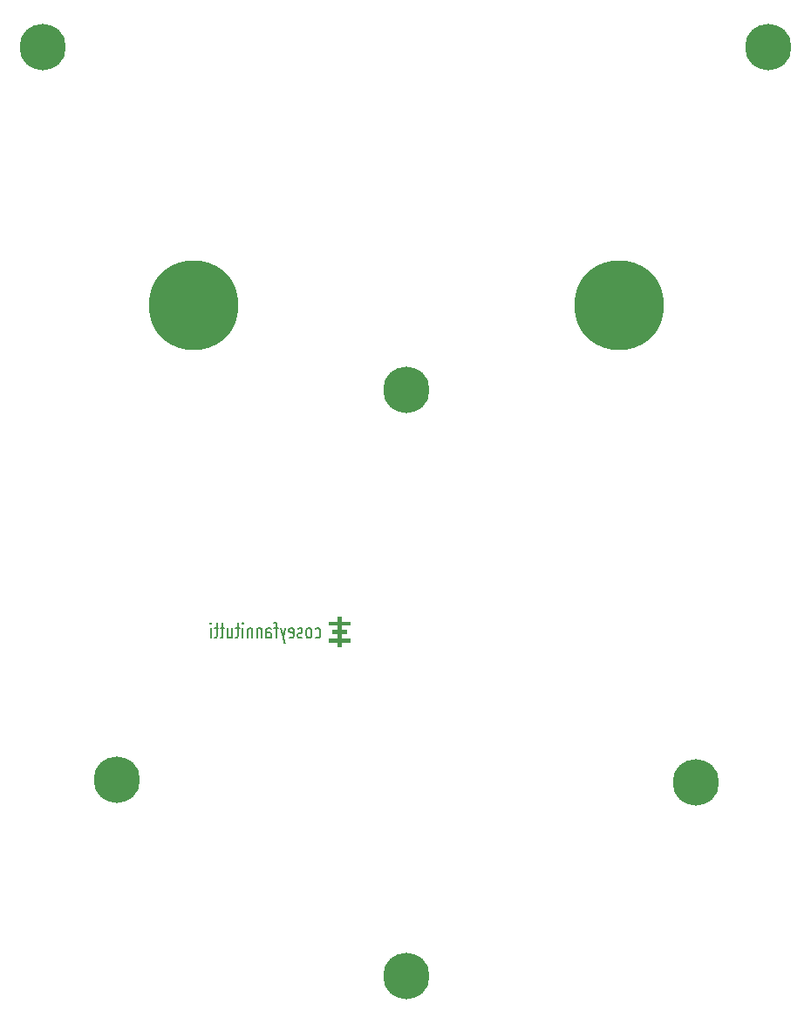
<source format=gbr>
%TF.GenerationSoftware,KiCad,Pcbnew,5.1.7-a382d34a8~88~ubuntu20.04.1*%
%TF.CreationDate,2021-03-29T23:20:07+02:00*%
%TF.ProjectId,discipad-bottom-pcb,64697363-6970-4616-942d-626f74746f6d,rev?*%
%TF.SameCoordinates,Original*%
%TF.FileFunction,Soldermask,Bot*%
%TF.FilePolarity,Negative*%
%FSLAX46Y46*%
G04 Gerber Fmt 4.6, Leading zero omitted, Abs format (unit mm)*
G04 Created by KiCad (PCBNEW 5.1.7-a382d34a8~88~ubuntu20.04.1) date 2021-03-29 23:20:07*
%MOMM*%
%LPD*%
G01*
G04 APERTURE LIST*
%ADD10C,0.150000*%
%ADD11C,0.010000*%
%ADD12C,8.702000*%
%ADD13C,4.502000*%
G04 APERTURE END LIST*
D10*
X134998991Y-85767886D02*
X135094229Y-85839315D01*
X135284706Y-85839315D01*
X135379944Y-85767886D01*
X135427563Y-85696458D01*
X135475182Y-85553601D01*
X135475182Y-85125029D01*
X135427563Y-84982172D01*
X135379944Y-84910744D01*
X135284706Y-84839315D01*
X135094229Y-84839315D01*
X134998991Y-84910744D01*
X134427563Y-85839315D02*
X134522801Y-85767886D01*
X134570420Y-85696458D01*
X134618039Y-85553601D01*
X134618039Y-85125029D01*
X134570420Y-84982172D01*
X134522801Y-84910744D01*
X134427563Y-84839315D01*
X134284706Y-84839315D01*
X134189468Y-84910744D01*
X134141849Y-84982172D01*
X134094229Y-85125029D01*
X134094229Y-85553601D01*
X134141849Y-85696458D01*
X134189468Y-85767886D01*
X134284706Y-85839315D01*
X134427563Y-85839315D01*
X133713277Y-85767886D02*
X133618039Y-85839315D01*
X133427563Y-85839315D01*
X133332325Y-85767886D01*
X133284706Y-85625029D01*
X133284706Y-85553601D01*
X133332325Y-85410744D01*
X133427563Y-85339315D01*
X133570420Y-85339315D01*
X133665658Y-85267886D01*
X133713277Y-85125029D01*
X133713277Y-85053601D01*
X133665658Y-84910744D01*
X133570420Y-84839315D01*
X133427563Y-84839315D01*
X133332325Y-84910744D01*
X132475182Y-85767886D02*
X132570420Y-85839315D01*
X132760896Y-85839315D01*
X132856134Y-85767886D01*
X132903753Y-85625029D01*
X132903753Y-85053601D01*
X132856134Y-84910744D01*
X132760896Y-84839315D01*
X132570420Y-84839315D01*
X132475182Y-84910744D01*
X132427563Y-85053601D01*
X132427563Y-85196458D01*
X132903753Y-85339315D01*
X132094229Y-84839315D02*
X131856134Y-85839315D01*
X131618039Y-84839315D02*
X131856134Y-85839315D01*
X131951372Y-86196458D01*
X131998991Y-86267886D01*
X132094229Y-86339315D01*
X131379944Y-84839315D02*
X130998991Y-84839315D01*
X131237087Y-85839315D02*
X131237087Y-84553601D01*
X131189468Y-84410744D01*
X131094229Y-84339315D01*
X130998991Y-84339315D01*
X130237087Y-85839315D02*
X130237087Y-85053601D01*
X130284706Y-84910744D01*
X130379944Y-84839315D01*
X130570420Y-84839315D01*
X130665658Y-84910744D01*
X130237087Y-85767886D02*
X130332325Y-85839315D01*
X130570420Y-85839315D01*
X130665658Y-85767886D01*
X130713277Y-85625029D01*
X130713277Y-85482172D01*
X130665658Y-85339315D01*
X130570420Y-85267886D01*
X130332325Y-85267886D01*
X130237087Y-85196458D01*
X129760896Y-84839315D02*
X129760896Y-85839315D01*
X129760896Y-84982172D02*
X129713277Y-84910744D01*
X129618039Y-84839315D01*
X129475182Y-84839315D01*
X129379944Y-84910744D01*
X129332325Y-85053601D01*
X129332325Y-85839315D01*
X128856134Y-84839315D02*
X128856134Y-85839315D01*
X128856134Y-84982172D02*
X128808515Y-84910744D01*
X128713277Y-84839315D01*
X128570420Y-84839315D01*
X128475182Y-84910744D01*
X128427563Y-85053601D01*
X128427563Y-85839315D01*
X127951372Y-85839315D02*
X127951372Y-84839315D01*
X127951372Y-84339315D02*
X127998991Y-84410744D01*
X127951372Y-84482172D01*
X127903753Y-84410744D01*
X127951372Y-84339315D01*
X127951372Y-84482172D01*
X127618039Y-84839315D02*
X127237087Y-84839315D01*
X127475182Y-84339315D02*
X127475182Y-85625029D01*
X127427563Y-85767886D01*
X127332325Y-85839315D01*
X127237087Y-85839315D01*
X126475182Y-84839315D02*
X126475182Y-85839315D01*
X126903753Y-84839315D02*
X126903753Y-85625029D01*
X126856134Y-85767886D01*
X126760896Y-85839315D01*
X126618039Y-85839315D01*
X126522801Y-85767886D01*
X126475182Y-85696458D01*
X126141849Y-84839315D02*
X125760896Y-84839315D01*
X125998991Y-84339315D02*
X125998991Y-85625029D01*
X125951372Y-85767886D01*
X125856134Y-85839315D01*
X125760896Y-85839315D01*
X125570420Y-84839315D02*
X125189468Y-84839315D01*
X125427563Y-84339315D02*
X125427563Y-85625029D01*
X125379944Y-85767886D01*
X125284706Y-85839315D01*
X125189468Y-85839315D01*
X124856134Y-85839315D02*
X124856134Y-84839315D01*
X124856134Y-84339315D02*
X124903753Y-84410744D01*
X124856134Y-84482172D01*
X124808515Y-84410744D01*
X124856134Y-84339315D01*
X124856134Y-84482172D01*
D11*
G36*
X137164225Y-84251046D02*
G01*
X136306975Y-84251046D01*
X136306975Y-84536796D01*
X137164225Y-84536796D01*
X137164225Y-85051146D01*
X136624475Y-85051146D01*
X136624475Y-85355946D01*
X137164225Y-85355946D01*
X137164225Y-85882996D01*
X136306975Y-85882996D01*
X136306975Y-86187796D01*
X137164225Y-86187796D01*
X137164225Y-86651346D01*
X137469025Y-86651346D01*
X137469025Y-86194146D01*
X138319925Y-86194146D01*
X138319925Y-85889346D01*
X137469025Y-85889346D01*
X137469025Y-85362296D01*
X138002425Y-85362296D01*
X138002425Y-85057496D01*
X137469025Y-85057496D01*
X137469025Y-84536796D01*
X138319925Y-84536796D01*
X138319925Y-84251046D01*
X137469025Y-84251046D01*
X137469025Y-83806546D01*
X137164225Y-83806546D01*
X137164225Y-84251046D01*
G37*
X137164225Y-84251046D02*
X136306975Y-84251046D01*
X136306975Y-84536796D01*
X137164225Y-84536796D01*
X137164225Y-85051146D01*
X136624475Y-85051146D01*
X136624475Y-85355946D01*
X137164225Y-85355946D01*
X137164225Y-85882996D01*
X136306975Y-85882996D01*
X136306975Y-86187796D01*
X137164225Y-86187796D01*
X137164225Y-86651346D01*
X137469025Y-86651346D01*
X137469025Y-86194146D01*
X138319925Y-86194146D01*
X138319925Y-85889346D01*
X137469025Y-85889346D01*
X137469025Y-85362296D01*
X138002425Y-85362296D01*
X138002425Y-85057496D01*
X137469025Y-85057496D01*
X137469025Y-84536796D01*
X138319925Y-84536796D01*
X138319925Y-84251046D01*
X137469025Y-84251046D01*
X137469025Y-83806546D01*
X137164225Y-83806546D01*
X137164225Y-84251046D01*
D10*
X134998991Y-85767886D02*
X135094229Y-85839315D01*
X135284706Y-85839315D01*
X135379944Y-85767886D01*
X135427563Y-85696458D01*
X135475182Y-85553601D01*
X135475182Y-85125029D01*
X135427563Y-84982172D01*
X135379944Y-84910744D01*
X135284706Y-84839315D01*
X135094229Y-84839315D01*
X134998991Y-84910744D01*
X134427563Y-85839315D02*
X134522801Y-85767886D01*
X134570420Y-85696458D01*
X134618039Y-85553601D01*
X134618039Y-85125029D01*
X134570420Y-84982172D01*
X134522801Y-84910744D01*
X134427563Y-84839315D01*
X134284706Y-84839315D01*
X134189468Y-84910744D01*
X134141849Y-84982172D01*
X134094229Y-85125029D01*
X134094229Y-85553601D01*
X134141849Y-85696458D01*
X134189468Y-85767886D01*
X134284706Y-85839315D01*
X134427563Y-85839315D01*
X133713277Y-85767886D02*
X133618039Y-85839315D01*
X133427563Y-85839315D01*
X133332325Y-85767886D01*
X133284706Y-85625029D01*
X133284706Y-85553601D01*
X133332325Y-85410744D01*
X133427563Y-85339315D01*
X133570420Y-85339315D01*
X133665658Y-85267886D01*
X133713277Y-85125029D01*
X133713277Y-85053601D01*
X133665658Y-84910744D01*
X133570420Y-84839315D01*
X133427563Y-84839315D01*
X133332325Y-84910744D01*
X132475182Y-85767886D02*
X132570420Y-85839315D01*
X132760896Y-85839315D01*
X132856134Y-85767886D01*
X132903753Y-85625029D01*
X132903753Y-85053601D01*
X132856134Y-84910744D01*
X132760896Y-84839315D01*
X132570420Y-84839315D01*
X132475182Y-84910744D01*
X132427563Y-85053601D01*
X132427563Y-85196458D01*
X132903753Y-85339315D01*
X132094229Y-84839315D02*
X131856134Y-85839315D01*
X131618039Y-84839315D02*
X131856134Y-85839315D01*
X131951372Y-86196458D01*
X131998991Y-86267886D01*
X132094229Y-86339315D01*
X131379944Y-84839315D02*
X130998991Y-84839315D01*
X131237087Y-85839315D02*
X131237087Y-84553601D01*
X131189468Y-84410744D01*
X131094229Y-84339315D01*
X130998991Y-84339315D01*
X130237087Y-85839315D02*
X130237087Y-85053601D01*
X130284706Y-84910744D01*
X130379944Y-84839315D01*
X130570420Y-84839315D01*
X130665658Y-84910744D01*
X130237087Y-85767886D02*
X130332325Y-85839315D01*
X130570420Y-85839315D01*
X130665658Y-85767886D01*
X130713277Y-85625029D01*
X130713277Y-85482172D01*
X130665658Y-85339315D01*
X130570420Y-85267886D01*
X130332325Y-85267886D01*
X130237087Y-85196458D01*
X129760896Y-84839315D02*
X129760896Y-85839315D01*
X129760896Y-84982172D02*
X129713277Y-84910744D01*
X129618039Y-84839315D01*
X129475182Y-84839315D01*
X129379944Y-84910744D01*
X129332325Y-85053601D01*
X129332325Y-85839315D01*
X128856134Y-84839315D02*
X128856134Y-85839315D01*
X128856134Y-84982172D02*
X128808515Y-84910744D01*
X128713277Y-84839315D01*
X128570420Y-84839315D01*
X128475182Y-84910744D01*
X128427563Y-85053601D01*
X128427563Y-85839315D01*
X127951372Y-85839315D02*
X127951372Y-84839315D01*
X127951372Y-84339315D02*
X127998991Y-84410744D01*
X127951372Y-84482172D01*
X127903753Y-84410744D01*
X127951372Y-84339315D01*
X127951372Y-84482172D01*
X127618039Y-84839315D02*
X127237087Y-84839315D01*
X127475182Y-84339315D02*
X127475182Y-85625029D01*
X127427563Y-85767886D01*
X127332325Y-85839315D01*
X127237087Y-85839315D01*
X126475182Y-84839315D02*
X126475182Y-85839315D01*
X126903753Y-84839315D02*
X126903753Y-85625029D01*
X126856134Y-85767886D01*
X126760896Y-85839315D01*
X126618039Y-85839315D01*
X126522801Y-85767886D01*
X126475182Y-85696458D01*
X126141849Y-84839315D02*
X125760896Y-84839315D01*
X125998991Y-84339315D02*
X125998991Y-85625029D01*
X125951372Y-85767886D01*
X125856134Y-85839315D01*
X125760896Y-85839315D01*
X125570420Y-84839315D02*
X125189468Y-84839315D01*
X125427563Y-84339315D02*
X125427563Y-85625029D01*
X125379944Y-85767886D01*
X125284706Y-85839315D01*
X125189468Y-85839315D01*
X124856134Y-85839315D02*
X124856134Y-84839315D01*
X124856134Y-84339315D02*
X124903753Y-84410744D01*
X124856134Y-84482172D01*
X124808515Y-84410744D01*
X124856134Y-84339315D01*
X124856134Y-84482172D01*
D11*
G36*
X137164225Y-84251046D02*
G01*
X136306975Y-84251046D01*
X136306975Y-84536796D01*
X137164225Y-84536796D01*
X137164225Y-85051146D01*
X136624475Y-85051146D01*
X136624475Y-85355946D01*
X137164225Y-85355946D01*
X137164225Y-85882996D01*
X136306975Y-85882996D01*
X136306975Y-86187796D01*
X137164225Y-86187796D01*
X137164225Y-86651346D01*
X137469025Y-86651346D01*
X137469025Y-86194146D01*
X138319925Y-86194146D01*
X138319925Y-85889346D01*
X137469025Y-85889346D01*
X137469025Y-85362296D01*
X138002425Y-85362296D01*
X138002425Y-85057496D01*
X137469025Y-85057496D01*
X137469025Y-84536796D01*
X138319925Y-84536796D01*
X138319925Y-84251046D01*
X137469025Y-84251046D01*
X137469025Y-83806546D01*
X137164225Y-83806546D01*
X137164225Y-84251046D01*
G37*
X137164225Y-84251046D02*
X136306975Y-84251046D01*
X136306975Y-84536796D01*
X137164225Y-84536796D01*
X137164225Y-85051146D01*
X136624475Y-85051146D01*
X136624475Y-85355946D01*
X137164225Y-85355946D01*
X137164225Y-85882996D01*
X136306975Y-85882996D01*
X136306975Y-86187796D01*
X137164225Y-86187796D01*
X137164225Y-86651346D01*
X137469025Y-86651346D01*
X137469025Y-86194146D01*
X138319925Y-86194146D01*
X138319925Y-85889346D01*
X137469025Y-85889346D01*
X137469025Y-85362296D01*
X138002425Y-85362296D01*
X138002425Y-85057496D01*
X137469025Y-85057496D01*
X137469025Y-84536796D01*
X138319925Y-84536796D01*
X138319925Y-84251046D01*
X137469025Y-84251046D01*
X137469025Y-83806546D01*
X137164225Y-83806546D01*
X137164225Y-84251046D01*
D12*
X123158765Y-53561440D03*
D13*
X143833559Y-118686673D03*
X115752543Y-99566685D03*
X171914575Y-99841686D03*
X143833559Y-61784261D03*
X179001130Y-28475773D03*
X108503031Y-28475773D03*
D12*
X164508353Y-53561440D03*
M02*

</source>
